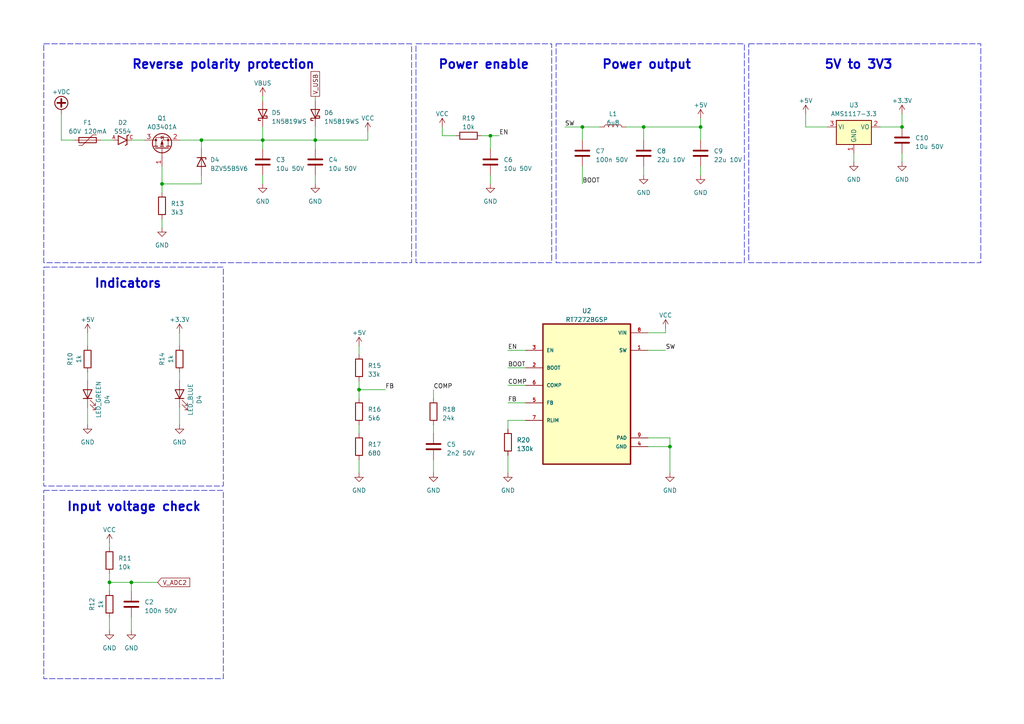
<source format=kicad_sch>
(kicad_sch (version 20230121) (generator eeschema)
  (paper "A4")
  (title_block (title "Dynamic propeller balancer") (date "2023-02-27") (rev "1") (company "V2"))
  (lib_symbols
    (symbol "Device:C" (pin_numbers hide) (pin_names (offset 0.254))
      (property "Reference" "C" (at 0.635 2.54 0))
      (property "Value" "C" (at 0.635 -2.54 0))
      (symbol "C_0_1"
        (polyline (pts (xy -2.032 -0.762) (xy 2.032 -0.762)) (stroke (width 0.508)))
        (polyline (pts (xy -2.032 0.762) (xy 2.032 0.762)) (stroke (width 0.508)))
      )
      (symbol "C_1_1"
        (pin passive line (at 0 3.81 270) (length 2.794) (name "~") (number "1"))
        (pin passive line (at 0 -3.81 90) (length 2.794) (name "~") (number "2"))
      )
    )
    (symbol "Device:L" (pin_numbers hide) (pin_names (offset 1.016) hide)
      (property "Reference" "L" (at -1.27 0 90))
      (property "Value" "L" (at 1.905 0 90))
      (symbol "L_0_1"
        (arc (start 0 -2.54) (mid 0.6323 -1.905) (end 0 -1.27))
        (arc (start 0 -1.27) (mid 0.6323 -0.635) (end 0 0))
        (arc (start 0 0) (mid 0.6323 0.635) (end 0 1.27))
        (arc (start 0 1.27) (mid 0.6323 1.905) (end 0 2.54))
      )
      (symbol "L_1_1"
        (pin passive line (at 0 3.81 270) (length 1.27) (name "1") (number "1"))
        (pin passive line (at 0 -3.81 90) (length 1.27) (name "2") (number "2"))
      )
    )
    (symbol "Device:LED" (pin_numbers hide) (pin_names (offset 1.016) hide)
      (property "Reference" "D" (at 0 2.54 0))
      (property "Value" "LED" (at 0 -2.54 0))
      (symbol "LED_0_1"
        (polyline (pts (xy -1.27 -1.27) (xy -1.27 1.27)) (stroke (width 0.254)))
        (polyline (pts (xy -1.27 0) (xy 1.27 0)))
        (polyline (pts (xy 1.27 -1.27) (xy 1.27 1.27) (xy -1.27 0) (xy 1.27 -1.27)) (stroke (width 0.254)))
        (polyline (pts (xy -3.048 -0.762) (xy -4.572 -2.286) (xy -3.81 -2.286) (xy -4.572 -2.286) (xy -4.572 -1.524)))
        (polyline (pts (xy -1.778 -0.762) (xy -3.302 -2.286) (xy -2.54 -2.286) (xy -3.302 -2.286) (xy -3.302 -1.524)))
      )
      (symbol "LED_1_1"
        (pin passive line (at -3.81 0 0) (length 2.54) (name "K") (number "1"))
        (pin passive line (at 3.81 0 180) (length 2.54) (name "A") (number "2"))
      )
    )
    (symbol "Device:Polyfuse" (pin_numbers hide) (pin_names (offset 0))
      (property "Reference" "F" (at -2.54 0 90))
      (property "Value" "Polyfuse" (at 2.54 0 90))
      (symbol "Polyfuse_0_1"
        (rectangle (start -0.762 2.54) (end 0.762 -2.54) (stroke (width 0.254)))
        (polyline (pts (xy 0 2.54) (xy 0 -2.54)))
        (polyline (pts (xy -1.524 2.54) (xy -1.524 1.524) (xy 1.524 -1.524) (xy 1.524 -2.54)))
      )
      (symbol "Polyfuse_1_1"
        (pin passive line (at 0 3.81 270) (length 1.27) (name "~") (number "1"))
        (pin passive line (at 0 -3.81 90) (length 1.27) (name "~") (number "2"))
      )
    )
    (symbol "Device:R" (pin_numbers hide) (pin_names (offset 0))
      (property "Reference" "R" (at 2.032 0 90))
      (property "Value" "R" (at 0 0 90))
      (symbol "R_0_1"
        (rectangle (start -1.016 -2.54) (end 1.016 2.54) (stroke (width 0.254)))
      )
      (symbol "R_1_1"
        (pin passive line (at 0 3.81 270) (length 1.27) (name "~") (number "1"))
        (pin passive line (at 0 -3.81 90) (length 1.27) (name "~") (number "2"))
      )
    )
    (symbol "Diode:1N5819WS" (pin_numbers hide) (pin_names (offset 1.016) hide)
      (property "Reference" "D" (at 0 2.54 0))
      (property "Value" "1N5819WS" (at 0 -2.54 0))
      (symbol "1N5819WS_0_1"
        (polyline (pts (xy 1.27 0) (xy -1.27 0)))
        (polyline (pts (xy 1.27 1.27) (xy 1.27 -1.27) (xy -1.27 0) (xy 1.27 1.27)) (stroke (width 0.254)))
        (polyline (pts (xy -1.905 0.635) (xy -1.905 1.27) (xy -1.27 1.27) (xy -1.27 -1.27) (xy -0.635 -1.27) (xy -0.635 -0.635)) (stroke (width 0.254)))
      )
      (symbol "1N5819WS_1_1"
        (pin passive line (at -3.81 0 0) (length 2.54) (name "K") (number "1"))
        (pin passive line (at 3.81 0 180) (length 2.54) (name "A") (number "2"))
      )
    )
    (symbol "Diode:BZV55B5V6" (pin_numbers hide) (pin_names hide)
      (property "Reference" "D" (at 0 2.54 0))
      (property "Value" "BZV55B5V6" (at 0 -2.54 0))
      (symbol "BZV55B5V6_0_1"
        (polyline (pts (xy 1.27 0) (xy -1.27 0)))
        (polyline (pts (xy -1.27 -1.27) (xy -1.27 1.27) (xy -0.762 1.27)) (stroke (width 0.254)))
        (polyline (pts (xy 1.27 -1.27) (xy 1.27 1.27) (xy -1.27 0) (xy 1.27 -1.27)) (stroke (width 0.254)))
      )
      (symbol "BZV55B5V6_1_1"
        (pin passive line (at -3.81 0 0) (length 2.54) (name "K") (number "1"))
        (pin passive line (at 3.81 0 180) (length 2.54) (name "A") (number "2"))
      )
    )
    (symbol "RT7272BGSP:RT7272BGSP" (pin_names (offset 1.016))
      (property "Reference" "U" (at -12.7 21.32 0))
      (property "Value" "RT7272BGSP" (at -12.7 -24.32 0))
      (symbol "RT7272BGSP_0_0"
        (rectangle (start -12.7 -20.32) (end 12.7 20.32) (stroke (width 0.41)) (fill (type background)))
        (pin output line (at 17.78 12.7 180) (length 5.08) (name "SW") (number "1"))
        (pin bidirectional line (at -17.78 7.62 0) (length 5.08) (name "BOOT") (number "2"))
        (pin input line (at -17.78 12.7 0) (length 5.08) (name "EN") (number "3"))
        (pin power_in line (at 17.78 -15.24 180) (length 5.08) (name "GND") (number "4"))
        (pin bidirectional line (at -17.78 -2.54 0) (length 5.08) (name "FB") (number "5"))
        (pin bidirectional line (at -17.78 2.54 0) (length 5.08) (name "COMP") (number "6"))
        (pin bidirectional line (at -17.78 -7.62 0) (length 5.08) (name "RLIM") (number "7"))
        (pin power_in line (at 17.78 17.78 180) (length 5.08) (name "VIN") (number "8"))
        (pin power_in line (at 17.78 -12.7 180) (length 5.08) (name "PAD") (number "9"))
      )
    )
    (symbol "Regulator_Linear:AMS1117-3.3"
      (property "Reference" "U" (at -3.81 3.175 0))
      (property "Value" "AMS1117-3.3" (at 0 3.175 0))
      (symbol "AMS1117-3.3_0_1"
        (rectangle (start -5.08 -5.08) (end 5.08 1.905) (stroke (width 0.254)) (fill (type background)))
      )
      (symbol "AMS1117-3.3_1_1"
        (pin power_in line (at 0 -7.62 90) (length 2.54) (name "GND") (number "1"))
        (pin power_out line (at 7.62 0 180) (length 2.54) (name "VO") (number "2"))
        (pin power_in line (at -7.62 0 0) (length 2.54) (name "VI") (number "3"))
      )
    )
    (symbol "SS54:SS54" (pin_names (offset 1.016))
      (property "Reference" "D" (at 2.54 0.4826 0))
      (property "Value" "SS54" (at 2.54 -2.3114 0))
      (symbol "SS54_0_0"
        (polyline (pts (xy -2.54 0) (xy -1.27 0)) (stroke (width 0.1524)))
        (polyline (pts (xy -1.27 -1.27) (xy 1.27 0)) (stroke (width 0.254)))
        (polyline (pts (xy -1.27 0) (xy -1.27 -1.27)) (stroke (width 0.254)))
        (polyline (pts (xy -1.27 1.27) (xy -1.27 0)) (stroke (width 0.254)))
        (polyline (pts (xy 1.27 -1.27) (xy 0.762 -1.524)) (stroke (width 0.254)))
        (polyline (pts (xy 1.27 0) (xy -1.27 1.27)) (stroke (width 0.254)))
        (polyline (pts (xy 1.27 0) (xy 1.27 -1.27)) (stroke (width 0.254)))
        (polyline (pts (xy 1.27 1.27) (xy 1.27 0)) (stroke (width 0.254)))
        (polyline (pts (xy 1.27 1.27) (xy 1.778 1.524)) (stroke (width 0.254)))
        (polyline (pts (xy 2.54 0) (xy 1.27 0)) (stroke (width 0.1524)))
        (pin passive line (at -2.54 0 0) (length 0) (name "~") (number "A"))
        (pin passive line (at 2.54 0 180) (length 0) (name "~") (number "C"))
      )
    )
    (symbol "Transistor_FET:AO3401A" (pin_names hide)
      (property "Reference" "Q" (at 5.08 1.905 0))
      (property "Value" "AO3401A" (at 5.08 0 0))
      (symbol "AO3401A_0_1"
        (polyline (pts (xy 0.254 0) (xy -2.54 0)))
        (polyline (pts (xy 0.254 1.905) (xy 0.254 -1.905)) (stroke (width 0.254)))
        (polyline (pts (xy 0.762 -1.27) (xy 0.762 -2.286)) (stroke (width 0.254)))
        (polyline (pts (xy 0.762 0.508) (xy 0.762 -0.508)) (stroke (width 0.254)))
        (polyline (pts (xy 0.762 2.286) (xy 0.762 1.27)) (stroke (width 0.254)))
        (polyline (pts (xy 2.54 2.54) (xy 2.54 1.778)))
        (polyline (pts (xy 2.54 -2.54) (xy 2.54 0) (xy 0.762 0)))
        (polyline (pts (xy 0.762 1.778) (xy 3.302 1.778) (xy 3.302 -1.778) (xy 0.762 -1.778)))
        (polyline (pts (xy 2.286 0) (xy 1.27 0.381) (xy 1.27 -0.381) (xy 2.286 0)) (fill (type outline)))
        (polyline (pts (xy 2.794 -0.508) (xy 2.921 -0.381) (xy 3.683 -0.381) (xy 3.81 -0.254)))
        (polyline (pts (xy 3.302 -0.381) (xy 2.921 0.254) (xy 3.683 0.254) (xy 3.302 -0.381)))
        (circle (center 1.651 0) (radius 2.794) (stroke (width 0.254)))
        (circle (center 2.54 -1.778) (radius 0.254) (fill (type outline)))
        (circle (center 2.54 1.778) (radius 0.254) (fill (type outline)))
      )
      (symbol "AO3401A_1_1"
        (pin input line (at -5.08 0 0) (length 2.54) (name "G") (number "1"))
        (pin passive line (at 2.54 -5.08 90) (length 2.54) (name "S") (number "2"))
        (pin passive line (at 2.54 5.08 270) (length 2.54) (name "D") (number "3"))
      )
    )
    (symbol "power:+3.3V" (power) (pin_names (offset 0))
      (property "Value" "+3.3V" (at 0 3.556 0))
      (symbol "+3.3V_0_1"
        (polyline (pts (xy -0.762 1.27) (xy 0 2.54)))
        (polyline (pts (xy 0 0) (xy 0 2.54)))
        (polyline (pts (xy 0 2.54) (xy 0.762 1.27)))
      )
      (symbol "+3.3V_1_1"
        (pin power_in line (at 0 0 90) (length 0) hide (name "+3.3V") (number "1"))
      )
    )
    (symbol "power:+5V" (power) (pin_names (offset 0))
      (property "Value" "+5V" (at 0 3.556 0))
      (symbol "+5V_0_1"
        (polyline (pts (xy -0.762 1.27) (xy 0 2.54)))
        (polyline (pts (xy 0 0) (xy 0 2.54)))
        (polyline (pts (xy 0 2.54) (xy 0.762 1.27)))
      )
      (symbol "+5V_1_1"
        (pin power_in line (at 0 0 90) (length 0) hide (name "+5V") (number "1"))
      )
    )
    (symbol "power:+VDC" (power) (pin_names (offset 0))
      (property "Value" "+VDC" (at 0 6.35 0))
      (symbol "+VDC_0_1"
        (polyline (pts (xy -1.143 3.175) (xy 1.143 3.175)) (stroke (width 0.508)))
        (polyline (pts (xy 0 0) (xy 0 1.27)))
        (polyline (pts (xy 0 2.032) (xy 0 4.318)) (stroke (width 0.508)))
        (circle (center 0 3.175) (radius 1.905) (stroke (width 0.254)))
      )
      (symbol "+VDC_1_1"
        (pin power_in line (at 0 0 90) (length 0) hide (name "+VDC") (number "1"))
      )
    )
    (symbol "power:GND" (power) (pin_names (offset 0))
      (property "Value" "GND" (at 0 -3.81 0))
      (symbol "GND_0_1"
        (polyline (pts (xy 0 0) (xy 0 -1.27) (xy 1.27 -1.27) (xy 0 -2.54) (xy -1.27 -1.27) (xy 0 -1.27)))
      )
      (symbol "GND_1_1"
        (pin power_in line (at 0 0 270) (length 0) hide (name "GND") (number "1"))
      )
    )
    (symbol "power:VBUS" (power) (pin_names (offset 0))
      (property "Value" "VBUS" (at 0 3.81 0))
      (symbol "VBUS_0_1"
        (polyline (pts (xy -0.762 1.27) (xy 0 2.54)))
        (polyline (pts (xy 0 0) (xy 0 2.54)))
        (polyline (pts (xy 0 2.54) (xy 0.762 1.27)))
      )
      (symbol "VBUS_1_1"
        (pin power_in line (at 0 0 90) (length 0) hide (name "VBUS") (number "1"))
      )
    )
    (symbol "power:VCC" (power) (pin_names (offset 0))
      (property "Value" "VCC" (at 0 3.81 0))
      (symbol "VCC_0_1"
        (polyline (pts (xy -0.762 1.27) (xy 0 2.54)))
        (polyline (pts (xy 0 0) (xy 0 2.54)))
        (polyline (pts (xy 0 2.54) (xy 0.762 1.27)))
      )
      (symbol "VCC_1_1"
        (pin power_in line (at 0 0 90) (length 0) hide (name "VCC") (number "1"))
      )
    )
  )
  (junction (at 58.42 40.64))
  (junction (at 104.14 113.03))
  (junction (at 168.91 36.83))
  (junction (at 261.62 36.83))
  (junction (at 31.75 168.91))
  (junction (at 91.44 40.64))
  (junction (at 38.1 168.91))
  (junction (at 76.2 40.64))
  (junction (at 203.2 36.83))
  (junction (at 186.69 36.83))
  (junction (at 142.24 39.37))
  (junction (at 194.31 129.54))
  (junction (at 46.99 53.34))
  (wire (pts (xy 261.62 33.02) (xy 261.62 36.83)))
  (wire (pts (xy 52.07 107.95) (xy 52.07 110.49)))
  (wire (pts (xy 76.2 53.34) (xy 76.2 50.8)))
  (wire (pts (xy 38.1 182.88) (xy 38.1 179.07)))
  (wire (pts (xy 31.75 168.91) (xy 31.75 171.45)))
  (wire (pts (xy 128.27 39.37) (xy 132.08 39.37)))
  (wire (pts (xy 261.62 36.83) (xy 255.27 36.83)))
  (wire (pts (xy 52.07 123.19) (xy 52.07 118.11)))
  (wire (pts (xy 25.4 123.19) (xy 25.4 118.11)))
  (wire (pts (xy 104.14 113.03) (xy 111.76 113.03)))
  (wire (pts (xy 125.73 113.03) (xy 125.73 115.57)))
  (wire (pts (xy 186.69 36.83) (xy 203.2 36.83)))
  (wire (pts (xy 128.27 36.83) (xy 128.27 39.37)))
  (wire (pts (xy 76.2 36.83) (xy 76.2 40.64)))
  (wire (pts (xy 31.75 168.91) (xy 38.1 168.91)))
  (wire (pts (xy 203.2 40.64) (xy 203.2 36.83)))
  (wire (pts (xy 125.73 125.73) (xy 125.73 123.19)))
  (wire (pts (xy 76.2 43.18) (xy 76.2 40.64)))
  (wire (pts (xy 168.91 36.83) (xy 168.91 40.64)))
  (wire (pts (xy 52.07 40.64) (xy 58.42 40.64)))
  (wire (pts (xy 31.75 166.37) (xy 31.75 168.91)))
  (wire (pts (xy 147.32 101.6) (xy 152.4 101.6)))
  (wire (pts (xy 203.2 50.8) (xy 203.2 48.26)))
  (wire (pts (xy 147.32 116.84) (xy 152.4 116.84)))
  (wire (pts (xy 106.68 38.1) (xy 106.68 40.64)))
  (wire (pts (xy 17.78 33.02) (xy 17.78 40.64)))
  (wire (pts (xy 186.69 50.8) (xy 186.69 48.26)))
  (wire (pts (xy 31.75 182.88) (xy 31.75 179.07)))
  (wire (pts (xy 187.96 101.6) (xy 193.04 101.6)))
  (wire (pts (xy 31.75 158.75) (xy 31.75 157.48)))
  (wire (pts (xy 91.44 36.83) (xy 91.44 40.64)))
  (wire (pts (xy 142.24 39.37) (xy 144.78 39.37)))
  (wire (pts (xy 104.14 100.33) (xy 104.14 102.87)))
  (wire (pts (xy 187.96 129.54) (xy 194.31 129.54)))
  (wire (pts (xy 91.44 53.34) (xy 91.44 50.8)))
  (wire (pts (xy 25.4 107.95) (xy 25.4 110.49)))
  (wire (pts (xy 261.62 46.99) (xy 261.62 44.45)))
  (wire (pts (xy 76.2 27.94) (xy 76.2 29.21)))
  (wire (pts (xy 91.44 40.64) (xy 106.68 40.64)))
  (wire (pts (xy 58.42 40.64) (xy 76.2 40.64)))
  (wire (pts (xy 58.42 40.64) (xy 58.42 43.18)))
  (wire (pts (xy 194.31 129.54) (xy 194.31 137.16)))
  (wire (pts (xy 186.69 40.64) (xy 186.69 36.83)))
  (wire (pts (xy 168.91 48.26) (xy 168.91 53.34)))
  (wire (pts (xy 233.68 33.02) (xy 233.68 36.83)))
  (wire (pts (xy 125.73 137.16) (xy 125.73 133.35)))
  (wire (pts (xy 247.65 44.45) (xy 247.65 46.99)))
  (wire (pts (xy 147.32 121.92) (xy 147.32 124.46)))
  (wire (pts (xy 58.42 50.8) (xy 58.42 53.34)))
  (wire (pts (xy 147.32 111.76) (xy 152.4 111.76)))
  (wire (pts (xy 104.14 123.19) (xy 104.14 125.73)))
  (wire (pts (xy 193.04 96.52) (xy 187.96 96.52)))
  (wire (pts (xy 163.83 36.83) (xy 168.91 36.83)))
  (wire (pts (xy 147.32 137.16) (xy 147.32 132.08)))
  (wire (pts (xy 194.31 127) (xy 194.31 129.54)))
  (wire (pts (xy 186.69 36.83) (xy 181.61 36.83)))
  (wire (pts (xy 46.99 66.04) (xy 46.99 63.5)))
  (wire (pts (xy 168.91 36.83) (xy 173.99 36.83)))
  (wire (pts (xy 233.68 36.83) (xy 240.03 36.83)))
  (wire (pts (xy 147.32 106.68) (xy 152.4 106.68)))
  (wire (pts (xy 29.21 40.64) (xy 33.02 40.64)))
  (wire (pts (xy 38.1 40.64) (xy 41.91 40.64)))
  (wire (pts (xy 142.24 43.18) (xy 142.24 39.37)))
  (wire (pts (xy 46.99 48.26) (xy 46.99 53.34)))
  (wire (pts (xy 46.99 53.34) (xy 58.42 53.34)))
  (wire (pts (xy 46.99 53.34) (xy 46.99 55.88)))
  (wire (pts (xy 147.32 121.92) (xy 152.4 121.92)))
  (wire (pts (xy 52.07 96.52) (xy 52.07 100.33)))
  (wire (pts (xy 25.4 96.52) (xy 25.4 100.33)))
  (wire (pts (xy 193.04 95.25) (xy 193.04 96.52)))
  (wire (pts (xy 104.14 133.35) (xy 104.14 137.16)))
  (wire (pts (xy 139.7 39.37) (xy 142.24 39.37)))
  (wire (pts (xy 91.44 27.94) (xy 91.44 29.21)))
  (wire (pts (xy 76.2 40.64) (xy 91.44 40.64)))
  (wire (pts (xy 142.24 53.34) (xy 142.24 50.8)))
  (wire (pts (xy 187.96 127) (xy 194.31 127)))
  (wire (pts (xy 104.14 110.49) (xy 104.14 113.03)))
  (wire (pts (xy 38.1 168.91) (xy 45.72 168.91)))
  (wire (pts (xy 38.1 168.91) (xy 38.1 171.45)))
  (wire (pts (xy 203.2 34.29) (xy 203.2 36.83)))
  (wire (pts (xy 104.14 113.03) (xy 104.14 115.57)))
  (wire (pts (xy 91.44 43.18) (xy 91.44 40.64)))
  (wire (pts (xy 17.78 40.64) (xy 21.59 40.64)))
  (rectangle (start 12.7 77.47) (end 64.77 140.97) (stroke (width 0) (type dash)))
  (rectangle (start 120.65 12.7) (end 160.02 76.2) (stroke (width 0) (type dash)))
  (rectangle (start 161.29 12.7) (end 215.9 76.2) (stroke (width 0) (type dash)))
  (rectangle (start 217.17 12.7) (end 284.48 76.2) (stroke (width 0) (type dash)))
  (rectangle (start 12.7 12.7) (end 119.38 76.2) (stroke (width 0) (type dash)))
  (rectangle (start 12.7 142.24) (end 64.77 196.85) (stroke (width 0) (type dash)))
  (text "Indicators" (at 46.99 83.82 0) (effects (font (size 2.5654 2.5654) (thickness 0.5131) bold) (justify right bottom)))
  (text "5V to 3V3" (at 259.08 20.32 0) (effects (font (size 2.5654 2.5654) (thickness 0.5131) bold) (justify right bottom)))
  (text "Power enable" (at 153.67 20.32 0) (effects (font (size 2.5654 2.5654) (thickness 0.5131) bold) (justify right bottom)))
  (text "Power output" (at 200.66 20.32 0) (effects (font (size 2.5654 2.5654) (thickness 0.5131) bold) (justify right bottom)))
  (text "Input voltage check" (at 58.42 148.59 0) (effects (font (size 2.5654 2.5654) (thickness 0.5131) bold) (justify right bottom)))
  (text "Reverse polarity protection" (at 91.44 20.32 0) (effects (font (size 2.5654 2.5654) (thickness 0.5131) bold) (justify right bottom)))
  (label "FB" (at 111.76 113.03 0))
  (label "BOOT" (at 147.32 106.68 0))
  (label "SW" (at 163.83 36.83 0))
  (label "EN" (at 144.78 39.37 0))
  (label "SW" (at 193.04 101.6 0))
  (label "COMP" (at 125.73 113.03 0))
  (label "COMP" (at 147.32 111.76 0))
  (label "EN" (at 147.32 101.6 0))
  (label "FB" (at 147.32 116.84 0))
  (label "BOOT" (at 168.91 53.34 0))
  (global_label "V_ADC2" (shape input) (at 45.72 168.91 0) (property "Intersheetrefs" "${INTERSHEET_REFS}" (effects hide)))
  (global_label "V_USB" (shape passive) (at 91.44 27.94 90) (property "Intersheetrefs" "${INTERSHEET_REFS}" (effects hide)))
  (symbol (lib_id "SS54:SS54") (at 35.56 40.64 0) (unit 1)
    (property "Reference" "D2" (at 35.56 35.56 0))
    (property "Value" "SS54" (at 35.56 38.1 0))
    (property "Footprint" "DO-214AC" (effects hide))
    (property "LCSC" "C22452" (effects hide))
  )
  (symbol (lib_id "Device:C") (at 261.62 40.64 0) (unit 1)
    (property "Reference" "C10" (at 265.43 40.005 0) (effects (justify left)))
    (property "Value" "10u 50V" (at 265.43 42.545 0) (effects (justify left)))
    (property "Footprint" "Capacitor_SMD:C_1206_3216Metric" (effects hide))
    (property "LCSC" "C13585" (effects hide))
  )
  (symbol (lib_id "power:GND") (at 186.69 50.8 0) (unit 1)
    (property "Reference" "#PWR023" (effects hide))
    (property "Value" "GND" (at 186.69 55.88 0))
  )
  (symbol (lib_id "power:GND") (at 142.24 53.34 0) (unit 1)
    (property "Reference" "#PWR021" (effects hide))
    (property "Value" "GND" (at 142.24 58.42 0))
  )
  (symbol (lib_id "Device:L") (at 177.8 36.83 90) (unit 1)
    (property "Reference" "L1" (at 177.8 33.02 90))
    (property "Value" "6u8" (at 177.8 35.56 90))
    (property "Footprint" "Inductor_SMD:L_Chilisin_BMRx00060630" (effects hide))
    (property "LCSC" "C128690" (effects hide))
  )
  (symbol (lib_id "power:GND") (at 125.73 137.16 0) (unit 1)
    (property "Reference" "#PWR019" (effects hide))
    (property "Value" "GND" (at 125.73 142.24 0))
  )
  (symbol (lib_id "Device:C") (at 186.69 44.45 0) (unit 1)
    (property "Reference" "C8" (at 190.5 43.815 0) (effects (justify left)))
    (property "Value" "22u 10V" (at 190.5 46.355 0) (effects (justify left)))
    (property "Footprint" "Capacitor_SMD:C_1206_3216Metric" (effects hide))
    (property "LCSC" "C5672" (effects hide))
  )
  (symbol (lib_id "Device:R") (at 147.32 128.27 0) (unit 1)
    (property "Reference" "R20" (at 149.86 127.635 0) (effects (justify left)))
    (property "Value" "130k" (at 149.86 130.175 0) (effects (justify left)))
    (property "Footprint" "Resistor_SMD:R_0402_1005Metric" (effects hide))
    (property "LCSC" "C22795" (effects hide))
  )
  (symbol (lib_id "Device:R") (at 25.4 104.14 180) (unit 1)
    (property "Reference" "R10" (at 20.32 104.14 90))
    (property "Value" "1k" (at 22.86 104.14 90))
    (property "Footprint" "Resistor_SMD:R_0402_1005Metric" (effects hide))
    (property "LCSC" "C11702" (effects hide))
  )
  (symbol (lib_id "power:VCC") (at 31.75 157.48 0) (unit 1)
    (property "Reference" "#PWR07" (effects hide))
    (property "Value" "Vin" (at 31.75 153.67 0))
  )
  (symbol (lib_id "Device:C") (at 168.91 44.45 0) (unit 1)
    (property "Reference" "C7" (at 172.72 43.815 0) (effects (justify left)))
    (property "Value" "100n 50V" (at 172.72 46.355 0) (effects (justify left)))
    (property "Footprint" "Capacitor_SMD:C_01005_0402Metric" (effects hide))
    (property "LCSC" "C307331" (effects hide))
  )
  (symbol (lib_id "Device:R") (at 135.89 39.37 90) (unit 1)
    (property "Reference" "R19" (at 135.89 34.29 90))
    (property "Value" "10k" (at 135.89 36.83 90))
    (property "Footprint" "Resistor_SMD:R_0402_1005Metric" (effects hide))
    (property "LCSC" "C25744" (effects hide))
  )
  (symbol (lib_id "power:GND") (at 46.99 66.04 0) (unit 1)
    (property "Reference" "#PWR010" (effects hide))
    (property "Value" "GND" (at 46.99 71.12 0))
  )
  (symbol (lib_id "power:GND") (at 147.32 137.16 0) (unit 1)
    (property "Reference" "#PWR022" (effects hide))
    (property "Value" "GND" (at 147.32 142.24 0))
  )
  (symbol (lib_id "power:GND") (at 52.07 123.19 0) (unit 1)
    (property "Reference" "#PWR012" (effects hide))
    (property "Value" "GND" (at 52.07 128.27 0))
  )
  (symbol (lib_id "power:GND") (at 25.4 123.19 0) (unit 1)
    (property "Reference" "#PWR06" (effects hide))
    (property "Value" "GND" (at 25.4 128.27 0))
  )
  (symbol (lib_id "power:GND") (at 31.75 182.88 0) (unit 1)
    (property "Reference" "#PWR08" (effects hide))
    (property "Value" "GND" (at 31.75 187.96 0))
  )
  (symbol (lib_id "power:GND") (at 203.2 50.8 0) (unit 1)
    (property "Reference" "#PWR027" (effects hide))
    (property "Value" "GND" (at 203.2 55.88 0))
  )
  (symbol (lib_id "RT7272BGSP:RT7272BGSP") (at 170.18 114.3 0) (unit 1)
    (property "Reference" "U2" (at 170.18 90.17 0))
    (property "Value" "RT7272BGSP" (at 170.18 92.71 0))
    (property "Footprint" "SOIC127P599X175-9N" (effects hide))
    (property "Manufacturer" "Richtek USA" (effects hide))
    (property "Package" "SOIC127P599X175-9N" (effects hide))
    (property "LCSC" "C127866" (effects hide))
  )
  (symbol (lib_id "Device:R") (at 104.14 106.68 0) (unit 1)
    (property "Reference" "R15" (at 106.68 106.045 0) (effects (justify left)))
    (property "Value" "33k" (at 106.68 108.585 0) (effects (justify left)))
    (property "Footprint" "Resistor_SMD:R_0402_1005Metric" (effects hide))
    (property "LCSC" "C25779" (effects hide))
  )
  (symbol (lib_id "Device:R") (at 125.73 119.38 0) (unit 1)
    (property "Reference" "R18" (at 128.27 118.745 0) (effects (justify left)))
    (property "Value" "24k" (at 128.27 121.285 0) (effects (justify left)))
    (property "Footprint" "Resistor_SMD:R_0402_1005Metric" (effects hide))
    (property "LCSC" "C25769" (effects hide))
  )
  (symbol (lib_id "power:GND") (at 261.62 46.99 0) (unit 1)
    (property "Reference" "#PWR031" (effects hide))
    (property "Value" "GND" (at 261.62 52.07 0))
  )
  (symbol (lib_id "power:+3.3V") (at 52.07 96.52 0) (unit 1)
    (property "Reference" "#PWR011" (effects hide))
    (property "Value" "+3.3V" (at 52.07 92.71 0))
  )
  (symbol (lib_id "power:VCC") (at 106.68 38.1 0) (unit 1)
    (property "Reference" "#PWR018" (effects hide))
    (property "Value" "Vin" (at 106.68 34.29 0))
  )
  (symbol (lib_id "Diode:BZV55B5V6") (at 58.42 46.99 270) (unit 1)
    (property "Reference" "D4" (at 60.96 46.355 90) (effects (justify left)))
    (property "Value" "BZV55B5V6" (at 60.96 48.895 90) (effects (justify left)))
    (property "Footprint" "Diode_SMD:D_MiniMELF" (effects hide))
    (property "Datasheet" "https://assets.nexperia.com/documents/data-sheet/BZV55_SER.pdf" (effects hide))
    (property "LCSC" "C8062" (effects hide))
  )
  (symbol (lib_id "power:GND") (at 194.31 137.16 0) (unit 1)
    (property "Reference" "#PWR025" (effects hide))
    (property "Value" "GND" (at 194.31 142.24 0))
  )
  (symbol (lib_id "Device:C") (at 38.1 175.26 0) (unit 1)
    (property "Reference" "C2" (at 41.91 174.625 0) (effects (justify left)))
    (property "Value" "100n 50V" (at 41.91 177.165 0) (effects (justify left)))
    (property "Footprint" "Capacitor_SMD:C_01005_0402Metric" (effects hide))
    (property "LCSC" "C307331" (effects hide))
  )
  (symbol (lib_id "Device:LED") (at 52.07 114.3 90) (unit 1)
    (property "Reference" "D4" (at 57.785 115.8875 0))
    (property "Value" "LED_BLUE" (at 55.245 115.8875 0))
    (property "Footprint" "LED_SMD:LED_0603_1608Metric" (effects hide))
    (property "LCSC" "C72041" (effects hide))
    (instances (project "DPB-PCB" (path "" (reference "D4") (unit 1)) (path "" (reference "D3") (unit 1))))
  )
  (symbol (lib_id "power:GND") (at 76.2 53.34 0) (unit 1)
    (property "Reference" "#PWR014" (effects hide))
    (property "Value" "GND" (at 76.2 58.42 0))
  )
  (symbol (lib_id "Regulator_Linear:AMS1117-3.3") (at 247.65 36.83 0) (unit 1)
    (property "Reference" "U3" (at 247.65 30.48 0))
    (property "Value" "AMS1117-3.3" (at 247.65 33.02 0))
    (property "Footprint" "Package_TO_SOT_SMD:SOT-223-3_TabPin2" (effects hide))
    (property "Datasheet" "http://www.advanced-monolithic.com/pdf/ds1117.pdf" (effects hide))
    (property "LCSC" "C6186" (effects hide))
  )
  (symbol (lib_id "Device:C") (at 125.73 129.54 0) (unit 1)
    (property "Reference" "C5" (at 129.54 128.905 0) (effects (justify left)))
    (property "Value" "2n2 50V" (at 129.54 131.445 0) (effects (justify left)))
    (property "Footprint" "Capacitor_SMD:C_0805_2012Metric" (effects hide))
    (property "LCSC" "C28260" (effects hide))
  )
  (symbol (lib_id "Device:R") (at 46.99 59.69 0) (unit 1)
    (property "Reference" "R13" (at 49.53 59.055 0) (effects (justify left)))
    (property "Value" "3k3" (at 49.53 61.595 0) (effects (justify left)))
    (property "Footprint" "Resistor_SMD:R_0402_1005Metric" (effects hide))
    (property "LCSC" "C25890" (effects hide))
  )
  (symbol (lib_id "power:+VDC") (at 17.78 33.02 0) (unit 1)
    (property "Reference" "#PWR04" (effects hide))
    (property "Value" "+VDC" (at 17.78 26.67 0))
  )
  (symbol (lib_id "power:GND") (at 247.65 46.99 0) (unit 1)
    (property "Reference" "#PWR029" (effects hide))
    (property "Value" "GND" (at 247.65 52.07 0))
  )
  (symbol (lib_id "power:GND") (at 91.44 53.34 0) (unit 1)
    (property "Reference" "#PWR015" (effects hide))
    (property "Value" "GND" (at 91.44 58.42 0))
  )
  (symbol (lib_id "Device:LED") (at 25.4 114.3 90) (unit 1)
    (property "Reference" "D4" (at 31.115 115.8875 0))
    (property "Value" "LED_GREEN" (at 28.575 115.8875 0))
    (property "Footprint" "LED_SMD:LED_0603_1608Metric" (effects hide))
    (property "LCSC" "C72043" (effects hide))
    (instances (project "DPB-PCB" (path "" (reference "D4") (unit 1)) (path "" (reference "D1") (unit 1))))
  )
  (symbol (lib_id "power:+5V") (at 233.68 33.02 0) (unit 1)
    (property "Reference" "#PWR028" (effects hide))
    (property "Value" "+5V" (at 233.68 29.21 0))
  )
  (symbol (lib_id "Diode:1N5819WS") (at 91.44 33.02 90) (unit 1)
    (property "Reference" "D6" (at 93.98 32.7025 90) (effects (justify right)))
    (property "Value" "1N5819WS" (at 93.98 35.2425 90) (effects (justify right)))
    (property "Footprint" "Diode_SMD:D_SOD-323" (effects hide))
    (property "Datasheet" "https://datasheet.lcsc.com/lcsc/2204281430_Guangdong-Hottech-1N5819WS_C191023.pdf" (effects hide))
  )
  (symbol (lib_id "power:+5V") (at 25.4 96.52 0) (unit 1)
    (property "Reference" "#PWR05" (effects hide))
    (property "Value" "+5V" (at 25.4 92.71 0))
  )
  (symbol (lib_id "Transistor_FET:AO3401A") (at 46.99 43.18 90) (unit 1)
    (property "Reference" "Q1" (at 46.99 34.29 90))
    (property "Value" "AO3401A" (at 46.99 36.83 90))
    (property "Footprint" "Package_TO_SOT_SMD:SOT-23" (effects hide))
    (property "Datasheet" "http://www.aosmd.com/pdfs/datasheet/AO3401A.pdf" (effects hide))
    (property "LCSC" "C2891730" (effects hide))
  )
  (symbol (lib_id "power:VCC") (at 193.04 95.25 0) (unit 1)
    (property "Reference" "#PWR024" (effects hide))
    (property "Value" "Vin" (at 193.04 91.44 0))
  )
  (symbol (lib_id "Device:R") (at 104.14 129.54 0) (unit 1)
    (property "Reference" "R17" (at 106.68 128.905 0) (effects (justify left)))
    (property "Value" "680" (at 106.68 131.445 0) (effects (justify left)))
    (property "Footprint" "Resistor_SMD:R_0402_1005Metric" (effects hide))
    (property "LCSC" "C25130" (effects hide))
  )
  (symbol (lib_id "power:+3.3V") (at 261.62 33.02 0) (unit 1)
    (property "Reference" "#PWR030" (effects hide))
    (property "Value" "+3.3V" (at 261.62 29.21 0))
  )
  (symbol (lib_id "Device:R") (at 52.07 104.14 180) (unit 1)
    (property "Reference" "R14" (at 46.99 104.14 90))
    (property "Value" "1k" (at 49.53 104.14 90))
    (property "Footprint" "Resistor_SMD:R_0402_1005Metric" (effects hide))
    (property "LCSC" "C11702" (effects hide))
    (instances (project "DPB-PCB" (path "" (reference "R14") (unit 1)) (path "" (reference "R10") (unit 1))))
  )
  (symbol (lib_id "power:+5V") (at 203.2 34.29 0) (unit 1)
    (property "Reference" "#PWR026" (effects hide))
    (property "Value" "+5V" (at 203.2 30.48 0))
  )
  (symbol (lib_id "Device:C") (at 203.2 44.45 0) (unit 1)
    (property "Reference" "C9" (at 207.01 43.815 0) (effects (justify left)))
    (property "Value" "22u 10V" (at 207.01 46.355 0) (effects (justify left)))
    (property "Footprint" "Capacitor_SMD:C_1206_3216Metric" (effects hide))
    (property "LCSC" "C5672" (effects hide))
  )
  (symbol (lib_id "power:GND") (at 104.14 137.16 0) (unit 1)
    (property "Reference" "#PWR017" (effects hide))
    (property "Value" "GND" (at 104.14 142.24 0))
  )
  (symbol (lib_id "Device:C") (at 76.2 46.99 0) (unit 1)
    (property "Reference" "C3" (at 80.01 46.355 0) (effects (justify left)))
    (property "Value" "10u 50V" (at 80.01 48.895 0) (effects (justify left)))
    (property "Footprint" "Capacitor_SMD:C_1206_3216Metric" (effects hide))
    (property "LCSC" "C13585" (effects hide))
  )
  (symbol (lib_id "Device:R") (at 104.14 119.38 0) (unit 1)
    (property "Reference" "R16" (at 106.68 118.745 0) (effects (justify left)))
    (property "Value" "5k6" (at 106.68 121.285 0) (effects (justify left)))
    (property "Footprint" "Resistor_SMD:R_0402_1005Metric" (effects hide))
    (property "LCSC" "C25908" (effects hide))
  )
  (symbol (lib_id "Device:R") (at 31.75 162.56 0) (unit 1)
    (property "Reference" "R11" (at 34.29 161.925 0) (effects (justify left)))
    (property "Value" "10k" (at 34.29 164.465 0) (effects (justify left)))
    (property "Footprint" "Resistor_SMD:R_0402_1005Metric" (effects hide))
    (property "LCSC" "C25744" (effects hide))
  )
  (symbol (lib_id "power:VCC") (at 128.27 36.83 0) (unit 1)
    (property "Reference" "#PWR020" (effects hide))
    (property "Value" "Vin" (at 128.27 33.02 0))
  )
  (symbol (lib_id "Device:C") (at 142.24 46.99 0) (unit 1)
    (property "Reference" "C6" (at 146.05 46.355 0) (effects (justify left)))
    (property "Value" "10u 50V" (at 146.05 48.895 0) (effects (justify left)))
    (property "Footprint" "Capacitor_SMD:C_1206_3216Metric" (effects hide))
    (property "LCSC" "C13585" (effects hide))
  )
  (symbol (lib_id "Device:Polyfuse") (at 25.4 40.64 90) (unit 1)
    (property "Reference" "F1" (at 25.4 35.56 90))
    (property "Value" "60V 120mA" (at 25.4 38.1 90))
    (property "Footprint" "Fuse:Fuse_1206_3216Metric" (effects hide))
    (property "LCSC" "C70066" (effects hide))
  )
  (symbol (lib_id "power:+5V") (at 104.14 100.33 0) (unit 1)
    (property "Reference" "#PWR016" (effects hide))
    (property "Value" "+5V" (at 104.14 96.52 0))
  )
  (symbol (lib_id "Diode:1N5819WS") (at 76.2 33.02 90) (unit 1)
    (property "Reference" "D5" (at 78.74 32.7025 90) (effects (justify right)))
    (property "Value" "1N5819WS" (at 78.74 35.2425 90) (effects (justify right)))
    (property "Footprint" "Diode_SMD:D_SOD-323" (effects hide))
    (property "Datasheet" "https://datasheet.lcsc.com/lcsc/2204281430_Guangdong-Hottech-1N5819WS_C191023.pdf" (effects hide))
  )
  (symbol (lib_id "Device:R") (at 31.75 175.26 180) (unit 1)
    (property "Reference" "R12" (at 26.67 175.26 90))
    (property "Value" "1k" (at 29.21 175.26 90))
    (property "Footprint" "Resistor_SMD:R_0402_1005Metric" (effects hide))
    (property "LCSC" "C11702" (effects hide))
    (instances (project "DPB-PCB" (path "" (reference "R12") (unit 1)) (path "" (reference "R10") (unit 1))))
  )
  (symbol (lib_id "power:VBUS") (at 76.2 27.94 0) (unit 1)
    (property "Reference" "#PWR019" (effects hide))
    (property "Value" "VBUS" (at 76.2 24.13 0))
    (instances (project "DPB-PCB" (path "" (reference "#PWR019") (unit 1)) (path "" (reference "#PWR073") (unit 1)) (path "" (reference "#PWR013") (unit 1))))
  )
  (symbol (lib_id "Device:C") (at 91.44 46.99 0) (unit 1)
    (property "Reference" "C4" (at 95.25 46.355 0) (effects (justify left)))
    (property "Value" "10u 50V" (at 95.25 48.895 0) (effects (justify left)))
    (property "Footprint" "Capacitor_SMD:C_1206_3216Metric" (effects hide))
    (property "LCSC" "C13585" (effects hide))
  )
  (symbol (lib_id "power:GND") (at 38.1 182.88 0) (unit 1)
    (property "Reference" "#PWR09" (effects hide))
    (property "Value" "GND" (at 38.1 187.96 0))
  )
)
</source>
